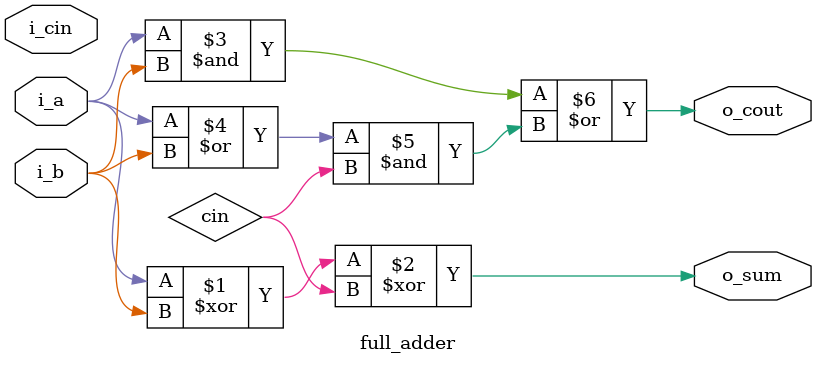
<source format=sv>
module full_adder
(
  input i_a,
  input i_b,
  inout i_cin,

  output o_sum,
  output o_cout
);

  assign o_sum = i_a ^ i_b ^ cin;
  assign o_cout = (i_a & i_b) | ((i_a | i_b) & cin);

endmodule

</source>
